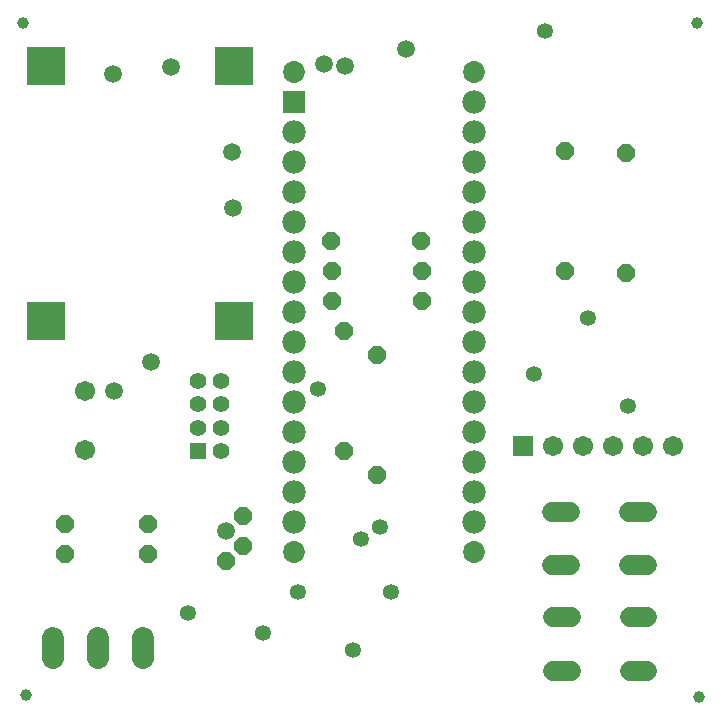
<source format=gbr>
G04 EAGLE Gerber RS-274X export*
G75*
%MOMM*%
%FSLAX34Y34*%
%LPD*%
%INSoldermask Top*%
%IPPOS*%
%AMOC8*
5,1,8,0,0,1.08239X$1,22.5*%
G01*
%ADD10C,1.003200*%
%ADD11C,1.711200*%
%ADD12R,1.711200X1.711200*%
%ADD13P,1.649562X8X112.500000*%
%ADD14C,1.711200*%
%ADD15P,1.649562X8X292.500000*%
%ADD16R,3.203200X3.203200*%
%ADD17R,1.422400X1.422400*%
%ADD18C,1.422400*%
%ADD19C,1.879600*%
%ADD20R,1.981200X1.981200*%
%ADD21C,1.981200*%
%ADD22C,1.854200*%
%ADD23P,1.649562X8X22.500000*%
%ADD24P,1.635708X8X202.500000*%
%ADD25C,1.511200*%
%ADD26C,1.403200*%
%ADD27C,1.353200*%
%ADD28C,1.503200*%


D10*
X809854Y161442D03*
X808126Y731774D03*
X237947Y732079D03*
X240284Y162712D03*
D11*
X686562Y373888D03*
D12*
X661162Y373888D03*
D11*
X711962Y373888D03*
X737362Y373888D03*
X762762Y373888D03*
X788162Y373888D03*
D13*
X343306Y282194D03*
X343306Y307594D03*
D14*
X685892Y318156D02*
X700972Y318156D01*
X750892Y318156D02*
X765972Y318156D01*
X700972Y273156D02*
X685892Y273156D01*
X750892Y273156D02*
X765972Y273156D01*
D15*
X696976Y623316D03*
X696976Y521716D03*
D13*
X748284Y520700D03*
X748284Y622300D03*
X537312Y349402D03*
X537312Y451002D03*
X273304Y282194D03*
X273304Y307594D03*
X509981Y369265D03*
X509981Y470865D03*
D14*
X686400Y228748D02*
X701480Y228748D01*
X751400Y228748D02*
X766480Y228748D01*
X701480Y183748D02*
X686400Y183748D01*
X751400Y183748D02*
X766480Y183748D01*
D16*
X416306Y695452D03*
X257556Y695452D03*
X416306Y479552D03*
X257556Y479552D03*
D17*
X385732Y369288D03*
D18*
X405732Y369288D03*
X385732Y389288D03*
X405732Y389288D03*
X385732Y409288D03*
X405732Y409288D03*
X385732Y429288D03*
X405732Y429288D03*
D11*
X290322Y370840D03*
X290322Y420840D03*
D19*
X339471Y211455D02*
X339471Y194691D01*
X301371Y194691D02*
X301371Y211455D01*
X263271Y211455D02*
X263271Y194691D01*
D20*
X467716Y665201D03*
D21*
X467716Y639801D03*
X467716Y614401D03*
X467716Y589001D03*
X467716Y563601D03*
X467716Y538201D03*
X467716Y512801D03*
X467716Y487401D03*
X467716Y462001D03*
X467716Y436601D03*
X467716Y411201D03*
X467716Y385801D03*
X467716Y360401D03*
X467716Y335001D03*
X467716Y309601D03*
X620116Y665201D03*
X620116Y639801D03*
X620116Y614401D03*
X620116Y589001D03*
X620116Y563601D03*
X620116Y538201D03*
X620116Y512801D03*
X620116Y487401D03*
X620116Y462001D03*
X620116Y436601D03*
X620116Y411201D03*
X620116Y385801D03*
X620116Y360401D03*
X620116Y335001D03*
X620116Y309601D03*
D22*
X467716Y284201D03*
X620116Y284201D03*
X620116Y690601D03*
X467716Y690601D03*
D23*
X499313Y496316D03*
X575513Y496316D03*
X499110Y522275D03*
X575310Y522275D03*
X499008Y547675D03*
X575208Y547675D03*
D24*
X409924Y276250D03*
X424212Y288950D03*
D25*
X409924Y301650D03*
D24*
X424212Y314350D03*
D26*
X693940Y228748D03*
D27*
X487883Y422504D03*
X750316Y408127D03*
X680060Y725678D03*
X540004Y305257D03*
X670722Y435254D03*
X716636Y482549D03*
X523951Y294792D03*
X471068Y250647D03*
X549767Y250167D03*
X440690Y215341D03*
X377444Y232715D03*
X516839Y200863D03*
D28*
X290068Y370840D03*
X290449Y420624D03*
X345897Y444805D03*
X363169Y694893D03*
X510794Y695300D03*
X415493Y575361D03*
X415087Y622656D03*
X492631Y697382D03*
X315062Y420522D03*
X313792Y689204D03*
X562254Y710032D03*
M02*

</source>
